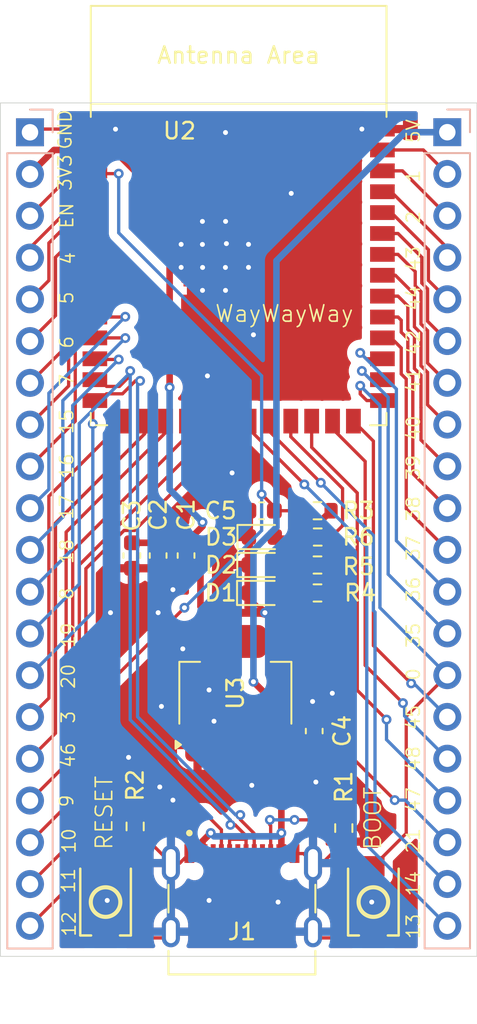
<source format=kicad_pcb>
(kicad_pcb (version 20241229) (generator "pcbnew") (generator_version "9.0")
  (layers (0 "F.Cu" signal) (2 "B.Cu" signal) (13 "F.Paste" user) (15 "B.Paste" user) (5 "F.SilkS" user "F.Silkscreen") (7 "B.SilkS" user "B.Silkscreen") (1 "F.Mask" user) (3 "B.Mask" user) (25 "Edge.Cuts" user))
  (net 0 "")
  (net 1 "GND")
  (net 2 "+3V3")
  (net 3 "+5V")
  (net 4 "EN")
  (net 6 "D-")
  (net 7 "Net-(J1-CC1)")
  (net 8 "D+")
  (net 9 "Net-(J1-CC2)")
  (net 11 "GPIO11")
  (net 12 "GPIO46")
  (net 13 "GPIO10")
  (net 14 "GPIO6")
  (net 15 "GPIO9")
  (net 16 "GPIO5")
  (net 17 "GPIO12")
  (net 18 "GPIO18")
  (net 19 "GPIO16")
  (net 20 "GPIO15")
  (net 21 "GPIO7")
  (net 22 "GPIO8")
  (net 23 "GPIO4")
  (net 24 "GPIO3")
  (net 25 "GPIO17")
  (net 26 "GPIO40")
  (net 27 "GPIO45")
  (net 28 "GPIO41")
  (net 29 "GPIO0")
  (net 30 "GPIO38")
  (net 31 "GPIO2")
  (net 32 "GPIO39")
  (net 33 "GPIO36")
  (net 34 "GPIO47")
  (net 35 "GPIO35")
  (net 36 "GPIO13")
  (net 37 "GPIO44")
  (net 38 "GPIO14")
  (net 39 "GPIO37")
  (net 40 "GPIO1")
  (net 41 "GPIO21")
  (net 42 "GPIO48")
  (net 43 "GPIO42")
  (net 44 "GPIO43")
  (net 45 "Net-(D1-A)")
  (net 46 "Net-(D2-A)")
  (net 47 "Net-(D3-A)")
  (footprint "Resistor_SMD:R_0603_1608Metric" (layer "F.Cu") (at 133.4 85.5 -90)
    (property "Reference" "R1")
    (property "Value" "5.1K")
  )
  (footprint "easyeda2kicad:SW-SMD_L3.9-W3.0-P4.45" (layer "F.Cu") (at 135.2 90 90)
    (property "Reference" "SW2" (hide yes))
    (property "Value" "TS-1088-AR02016")
  )
  (footprint "LED_SMD:LED_0603_1608Metric" (layer "F.Cu") (at 128.4125 67.8)
    (property "Reference" "D3")
    (property "Value" "BLUE")
  )
  (footprint "Capacitor_SMD:C_0603_1608Metric" (layer "F.Cu") (at 120.5 68.925 -90)
    (property "Reference" "C3")
    (property "Value" "100n")
  )
  (footprint "TYPE-C-31-M-12:HRO_TYPE-C-31-M-12" (layer "F.Cu") (at 127.2 91.8)
    (property "Reference" "J1")
    (property "Value" "TYPE-C-31-M-12")
  )
  (footprint "LED_SMD:LED_0603_1608Metric" (layer "F.Cu") (at 128.4 69.5)
    (property "Reference" "D2")
    (property "Value" "GREEN")
  )
  (footprint "Package_TO_SOT_SMD:SOT-223-3_TabPin2" (layer "F.Cu") (at 126.8 77.3 90)
    (property "Reference" "U3")
    (property "Value" "LD1117S33TR_SOT223")
  )
  (footprint "Capacitor_SMD:C_0603_1608Metric" (layer "F.Cu") (at 128.4 66.2 180)
    (property "Reference" "C5")
    (property "Value" "10u")
  )
  (footprint "Capacitor_SMD:C_0603_1608Metric" (layer "F.Cu") (at 122.1 68.925 -90)
    (property "Reference" "C2")
    (property "Value" "22u")
  )
  (footprint "Resistor_SMD:R_0603_1608Metric" (layer "F.Cu") (at 131.8 69.5 180)
    (property "Reference" "R5")
    (property "Value" "5.1K")
  )
  (footprint "Resistor_SMD:R_0603_1608Metric" (layer "F.Cu") (at 131.8125 67.8 180)
    (property "Reference" "R6")
    (property "Value" "5.1K")
  )
  (footprint "easyeda2kicad:SW-SMD_L3.9-W3.0-P4.45" (layer "F.Cu") (at 118.9 90 90)
    (property "Reference" "SW1" (hide yes))
    (property "Value" "TS-1088-AR02016")
  )
  (footprint "PCM_Espressif:ESP32-S3-WROOM-1" (layer "F.Cu") (at 127 51.25)
    (property "Reference" "U2")
    (property "Value" "ESP32-S3-WROOM-1")
  )
  (footprint "Resistor_SMD:R_0603_1608Metric" (layer "F.Cu") (at 131.8 71.2 180)
    (property "Reference" "R4")
    (property "Value" "5.1K")
  )
  (footprint "Capacitor_SMD:C_0603_1608Metric" (layer "F.Cu") (at 123.8 68.925 -90)
    (property "Reference" "C1")
    (property "Value" "10u")
  )
  (footprint "Resistor_SMD:R_0603_1608Metric" (layer "F.Cu") (at 131.8 66.2 180)
    (property "Reference" "R3")
    (property "Value" "5.1K")
  )
  (footprint "LED_SMD:LED_0603_1608Metric" (layer "F.Cu") (at 128.3875 71.2)
    (property "Reference" "D1")
    (property "Value" "RED")
  )
  (footprint "Resistor_SMD:R_0603_1608Metric" (layer "F.Cu") (at 120.7 85.4 -90)
    (property "Reference" "R2")
    (property "Value" "5.1K")
  )
  (footprint "Capacitor_SMD:C_0603_1608Metric" (layer "F.Cu") (at 131.6 79.6 90)
    (property "Reference" "C4")
    (property "Value" "10u")
  )
  (footprint "Connector_PinHeader_2.54mm:PinHeader_1x20_P2.54mm_Vertical" (layer "B.Cu") (at 139.7 43.18 180)
    (property "Reference" "J3" (hide yes))
    (property "Value" "Conn_01x20_Pin" (hide yes))
  )
  (footprint "Connector_PinHeader_2.54mm:PinHeader_1x20_P2.54mm_Vertical" (layer "B.Cu") (at 114.3 43.185 180)
    (property "Reference" "J2" (hide yes))
    (property "Value" "Conn_01x20_Pin" (hide yes))
  )
  (gr_rect (start 112.5 41.4) (end 141.5 93.3) (stroke (width 0.05)) (fill no) (layer "Edge.Cuts"))
  (gr_text "BOOT" (at 135.751967 86.906179 90) (layer "F.SilkS") (effects (font (size 1 1) (thickness 0.1)) (justify left bottom)))
  (gr_text "37" (at 138.1 69.3 90) (layer "F.SilkS") (effects (font (size 0.8 0.8) (thickness 0.1)) (justify left bottom)))
  (gr_text "18" (at 117 69.5 90) (layer "F.SilkS") (effects (font (size 0.8 0.8) (thickness 0.1)) (justify left bottom)))
  (gr_text "12" (at 117.14863 92.156881 90) (layer "F.SilkS") (effects (font (size 0.8 0.8) (thickness 0.1)) (justify left bottom)))
  (gr_text "15" (at 117 61.6 90) (layer "F.SilkS") (effects (font (size 0.8 0.8) (thickness 0.1)) (justify left bottom)))
  (gr_text "20" (at 117.1 77.1 90) (layer "F.SilkS") (effects (font (size 0.8 0.8) (thickness 0.1)) (justify left bottom)))
  (gr_text "47" (at 138.1 84.6 90) (layer "F.SilkS") (effects (font (size 0.8 0.8) (thickness 0.1)) (justify left bottom)))
  (gr_text "6" (at 117 56.4 90) (layer "F.SilkS") (effects (font (size 0.8 0.8) (thickness 0.1)) (justify left bottom)))
  (gr_text "45" (at 138.1 79.6 90) (layer "F.SilkS") (effects (font (size 0.8 0.8) (thickness 0.1)) (justify left bottom)))
  (gr_text "10" (at 117.142717 87.1 90) (layer "F.SilkS") (effects (font (size 0.8 0.8) (thickness 0.1)) (justify left bottom)))
  (gr_text "3V3" (at 116.9 46.8 90) (layer "F.SilkS") (effects (font (size 0.8 0.8) (thickness 0.1)) (justify left bottom)))
  (gr_text "RESET" (at 119.4 86.9 90) (layer "F.SilkS") (effects (font (size 1 1) (thickness 0.1)) (justify left bottom)))
  (gr_text "5" (at 117 53.7 90) (layer "F.SilkS") (effects (font (size 0.8 0.8) (thickness 0.1)) (justify left bottom)))
  (gr_text "40" (at 138.1 62 90) (layer "F.SilkS") (effects (font (size 0.8 0.8) (thickness 0.1)) (justify left bottom)))
  (gr_text "9" (at 117 84.3 90) (layer "F.SilkS") (effects (font (size 0.8 0.8) (thickness 0.1)) (justify left bottom)))
  (gr_text "13" (at 138.1 92.3 90) (layer "F.SilkS") (effects (font (size 0.8 0.8) (thickness 0.1)) (justify left bottom)))
  (gr_text "1" (at 138.1 46.3 90) (layer "F.SilkS") (effects (font (size 0.8 0.8) (thickness 0.1)) (justify left bottom)))
  (gr_text "16" (at 117 64.3 90) (layer "F.SilkS") (effects (font (size 0.8 0.8) (thickness 0.1)) (justify left bottom)))
  (gr_text "21" (at 138.1 87.1 90) (layer "F.SilkS") (effects (font (size 0.8 0.8) (thickness 0.1)) (justify left bottom)))
  (gr_text "42" (at 138.1 56.8 90) (layer "F.SilkS") (effects (font (size 0.8 0.8) (thickness 0.1)) (justify left bottom)))
  (gr_text "36" (at 138.1 71.8 90) (layer "F.SilkS") (effects (font (size 0.8 0.8) (thickness 0.1)) (justify left bottom)))
  (gr_text "35" (at 138.1 74.6 90) (layer "F.SilkS") (effects (font (size 0.8 0.8) (thickness 0.1)) (justify left bottom)))
  (gr_text "8" (at 117 71.7 90) (layer "F.SilkS") (effects (font (size 0.8 0.8) (thickness 0.1)) (justify left bottom)))
  (gr_text "46" (at 117.1 81.9 90) (layer "F.SilkS") (effects (font (size 0.8 0.8) (thickness 0.1)) (justify left bottom)))
  (gr_text "48" (at 138.1 82.1 90) (layer "F.SilkS") (effects (font (size 0.8 0.8) (thickness 0.1)) (justify left bottom)))
  (gr_text "38" (at 138.1 66.9 90) (layer "F.SilkS") (effects (font (size 0.8 0.8) (thickness 0.1)) (justify left bottom)))
  (gr_text "7" (at 117 58.7 90) (layer "F.SilkS") (effects (font (size 0.8 0.8) (thickness 0.1)) (justify left bottom)))
  (gr_text "0" (at 138.1 76.6 90) (layer "F.SilkS") (effects (font (size 0.8 0.8) (thickness 0.1)) (justify left bottom)))
  (gr_text "44" (at 138.1 54.1 90) (layer "F.SilkS") (effects (font (size 0.8 0.8) (thickness 0.1)) (justify left bottom)))
  (gr_text "41" (at 138.1 59.1 90) (layer "F.SilkS") (effects (font (size 0.8 0.8) (thickness 0.1)) (justify left bottom)))
  (gr_text "19" (at 117.1 74.6 90) (layer "F.SilkS") (effects (font (size 0.8 0.8) (thickness 0.1)) (justify left bottom)))
  (gr_text "5V" (at 138.1 43.9 90) (layer "F.SilkS") (effects (font (size 0.8 0.8) (thickness 0.1)) (justify left bottom)))
  (gr_text "WayWayWay" (at 125.5 54.8 0) (layer "F.SilkS") (effects (font (size 1 1) (thickness 0.1)) (justify left bottom)))
  (gr_text "2" (at 138.1 48.8 90) (layer "F.SilkS") (effects (font (size 0.8 0.8) (thickness 0.1)) (justify left bottom)))
  (gr_text "EN" (at 117 49.1 90) (layer "F.SilkS") (effects (font (size 0.8 0.8) (thickness 0.1)) (justify left bottom)))
  (gr_text "17" (at 117 66.8 90) (layer "F.SilkS") (effects (font (size 0.8 0.8) (thickness 0.1)) (justify left bottom)))
  (gr_text "11" (at 117.105919 89.527613 90) (layer "F.SilkS") (effects (font (size 0.8 0.8) (thickness 0.1)) (justify left bottom)))
  (gr_text "14" (at 138.1 89.7 90) (layer "F.SilkS") (effects (font (size 0.8 0.8) (thickness 0.1)) (justify left bottom)))
  (gr_text "4" (at 117.1 51.3 90) (layer "F.SilkS") (effects (font (size 0.8 0.8) (thickness 0.1)) (justify left bottom)))
  (gr_text "3" (at 117.1 79.2 90) (layer "F.SilkS") (effects (font (size 0.8 0.8) (thickness 0.1)) (justify left bottom)))
  (gr_text "39" (at 138.1 64.4 90) (layer "F.SilkS") (effects (font (size 0.8 0.8) (thickness 0.1)) (justify left bottom)))
  (gr_text "GND" (at 116.9 44.3 90) (layer "F.SilkS") (effects (font (size 0.8 0.8) (thickness 0.1)) (justify left bottom)))
  (gr_text "43" (at 138.1 51.7 90) (layer "F.SilkS") (effects (font (size 0.8 0.8) (thickness 0.1)) (justify left bottom)))
  (segment (start 124.795 48.605) (end 125.5 49.31) (width 0.2) (layer "F.Cu") (net 1))
  (segment (start 131.525 87.63) (end 131.525 91.8) (width 0.2) (layer "F.Cu") (net 1))
  (segment (start 127.625 66.2) (end 127.625 71.175) (width 0.2) (layer "F.Cu") (net 1))
  (segment (start 124.5 80.45) (end 124.5 82.3) (width 0.2) (layer "F.Cu") (net 1))
  (segment (start 118.9 92.18) (end 122.495 92.18) (width 0.2) (layer "F.Cu") (net 1))
  (segment (start 126.255 49.955) (end 126.9 49.31) (width 0.2) (layer "F.Cu") (net 1))
  (segment (start 127.6 71.4) (end 128.6 72.4) (width 0.2) (layer "F.Cu") (net 1))
  (segment (start 124.5 80.45) (end 124.5 80) (width 0.2) (layer "F.Cu") (net 1))
  (segment (start 131.525 87.63) (end 132.095 87.63) (width 0.2) (layer "F.Cu") (net 1))
  (segment (start 122.1 69.7) (end 122.1 72.4) (width 0.2) (layer "F.Cu") (net 1))
  (segment (start 124.1 52.11) (end 124.1 49.31) (width 0.2) (layer "F.Cu") (net 1))
  (segment (start 124.1 49.31) (end 126.9 49.31) (width 0.2) (layer "F.Cu") (net 1))
  (segment (start 132.095 87.63) (end 133.4 86.325) (width 0.2) (layer "F.Cu") (net 1))
  (segment (start 135.75 42.99) (end 134.5 42.99) (width 0.2) (layer "F.Cu") (net 1))
  (segment (start 121.47 86.225) (end 122.875 87.63) (width 0.2) (layer "F.Cu") (net 1))
  (segment (start 126.195 51.405) (end 126.9 52.11) (width 0.2) (layer "F.Cu") (net 1))
  (segment (start 126.9 52.11) (end 124.1 52.11) (width 0.2) (layer "F.Cu") (net 1))
  (segment (start 127.625 71.175) (end 127.6 71.2) (width 0.2) (layer "F.Cu") (net 1))
  (segment (start 131.5 77.8) (end 131.5 78.725) (width 0.2) (layer "F.Cu") (net 1))
  (segment (start 119.18 42.99) (end 124.795 48.605) (width 0.2) (layer "F.Cu") (net 1))
  (segment (start 124.5 80) (end 125.5 79) (width 0.2) (layer "F.Cu") (net 1))
  (segment (start 130.945 87.05) (end 131.525 87.63) (width 0.2) (layer "F.Cu") (net 1))
  (segment (start 124.5 82.3) (end 123 83.8) (width 0.2) (layer "F.Cu") (net 1))
  (segment (start 120.5 69.7) (end 123.8 69.7) (width 0.2) (layer "F.Cu") (net 1))
  (segment (start 122.875 91.8) (end 122.875 87.63) (width 0.2) (layer "F.Cu") (net 1))
  (segment (start 126.9 49.31) (end 126.9 52.11) (width 0.2) (layer "F.Cu") (net 1))
  (segment (start 126.205 48.605) (end 125.5 49.31) (width 0.2) (layer "F.Cu") (net 1))
  (segment (start 118.25 42.99) (end 114.495 42.99) (width 0.2) (layer "F.Cu") (net 1))
  (segment (start 130.4 87.05) (end 130.945 87.05) (width 0.2) (layer "F.Cu") (net 1))
  (segment (start 131.5 78.725) (end 131.6 78.825) (width 0.2) (layer "F.Cu") (net 1))
  (segment (start 122.875 87.63) (end 123.42 87.63) (width 0.2) (layer "F.Cu") (net 1))
  (segment (start 135.2 92.18) (end 131.905 92.18) (width 0.2) (layer "F.Cu") (net 1))
  (segment (start 118.25 42.99) (end 119.18 42.99) (width 0.2) (layer "F.Cu") (net 1))
  (segment (start 124.795 50.005) (end 126.195 51.405) (width 0.2) (layer "F.Cu") (net 1))
  (segment (start 120.7 86.225) (end 121.47 86.225) (width 0.2) (layer "F.Cu") (net 1))
  (segment (start 123.42 87.63) (end 124 87.05) (width 0.2) (layer "F.Cu") (net 1))
  (segment (start 124.1 49.31) (end 124.795 50.005) (width 0.2) (layer "F.Cu") (net 1))
  (segment (start 131.905 92.18) (end 131.525 91.8) (width 0.2) (layer "F.Cu") (net 1))
  (segment (start 134.5 42.99) (end 131.82 42.99) (width 0.2) (layer "F.Cu") (net 1))
  (segment (start 127.6 71.2) (end 127.6 71.4) (width 0.2) (layer "F.Cu") (net 1))
  (segment (start 122.495 92.18) (end 122.875 91.8) (width 0.2) (layer "F.Cu") (net 1))
  (segment (start 124.1 52.11) (end 124.805 51.405) (width 0.2) (layer "F.Cu") (net 1))
  (segment (start 124.805 51.405) (end 126.255 49.955) (width 0.2) (layer "F.Cu") (net 1))
  (segment (start 131.82 42.99) (end 126.205 48.605) (width 0.2) (layer "F.Cu") (net 1))
  (segment (start 114.495 42.99) (end 114.3 43.185) (width 0.2) (layer "F.Cu") (net 1))
  (via (at 127.9 55.5) (size 0.6) (drill 0.3) (layers "F.Cu" "B.Cu") (net 1))
  (via (at 127.6 51.4) (size 0.6) (drill 0.3) (layers "F.Cu" "B.Cu") (net 1))
  (via (at 125.5 79) (size 0.6) (drill 0.3) (layers "F.Cu" "B.Cu") (net 1))
  (via (at 131.5 77.8) (size 0.6) (drill 0.3) (layers "F.Cu" "B.Cu") (net 1))
  (via (at 120.3 81.2) (size 0.6) (drill 0.3) (layers "F.Cu" "B.Cu") (net 1))
  (via (at 135.1 90) (size 0.6) (drill 0.3) (layers "F.Cu" "B.Cu") (net 1))
  (via (at 124.795 50.005) (size 0.6) (drill 0.3) (layers "F.Cu" "B.Cu") (net 1))
  (via (at 131.7 82.7) (size 0.6) (drill 0.3) (layers "F.Cu" "B.Cu") (net 1))
  (via (at 126.6 63.9) (size 0.6) (drill 0.3) (layers "F.Cu" "B.Cu") (net 1))
  (via (at 123.6 74.6) (size 0.6) (drill 0.3) (layers "F.Cu" "B.Cu") (net 1))
  (via (at 126.2 52.8) (size 0.6) (drill 0.3) (layers "F.Cu" "B.Cu") (net 1))
  (via (at 124.805 51.405) (size 0.6) (drill 0.3) (layers "F.Cu" "B.Cu") (net 1))
  (via (at 126.2 43.2) (size 0.6) (drill 0.3) (layers "F.Cu" "B.Cu") (net 1))
  (via (at 127.8 82.9) (size 0.6) (drill 0.3) (layers "F.Cu" "B.Cu") (net 1))
  (via (at 126.205 48.605) (size 0.6) (drill 0.3) (layers "F.Cu" "B.Cu") (net 1))
  (via (at 126.195 51.405) (size 0.6) (drill 0.3) (layers "F.Cu" "B.Cu") (net 1))
  (via (at 123.5 51.4) (size 0.6) (drill 0.3) (layers "F.Cu" "B.Cu") (net 1))
  (via (at 125.2 89.9) (size 0.6) (drill 0.3) (layers "F.Cu" "B.Cu") (net 1))
  (via (at 119.2 72.4) (size 0.6) (drill 0.3) (layers "F.Cu" "B.Cu") (net 1))
  (via (at 130.2 46.9) (size 0.6) (drill 0.3) (layers "F.Cu" "B.Cu") (net 1))
  (via (at 123 83.8) (size 0.6) (drill 0.3) (layers "F.Cu" "B.Cu") (net 1))
  (via (at 125.1 58) (size 0.6) (drill 0.3) (layers "F.Cu" "B.Cu") (net 1))
  (via (at 123.5 50) (size 0.6) (drill 0.3) (layers "F.Cu" "B.Cu") (net 1))
  (via (at 124.795 48.605) (size 0.6) (drill 0.3) (layers "F.Cu" "B.Cu") (net 1))
  (via (at 122.3 78.1) (size 0.6) (drill 0.3) (layers "F.Cu" "B.Cu") (net 1))
  (via (at 126.255 49.955) (size 0.6) (drill 0.3) (layers "F.Cu" "B.Cu") (net 1))
  (via (at 119.506393 42.995577) (size 0.6) (drill 0.3) (layers "F.Cu" "B.Cu") (net 1))
  (via (at 125.2 77.1) (size 0.6) (drill 0.3) (layers "F.Cu" "B.Cu") (net 1))
  (via (at 127.6 50) (size 0.6) (drill 0.3) (layers "F.Cu" "B.Cu") (net 1))
  (via (at 122.2 83) (size 0.6) (drill 0.3) (layers "F.Cu" "B.Cu") (net 1))
  (via (at 132.7 77.3) (size 0.6) (drill 0.3) (layers "F.Cu" "B.Cu") (net 1))
  (via (at 134.5 42.99) (size 0.6) (drill 0.3) (layers "F.Cu" "B.Cu") (net 1))
  (via (at 124.8 52.8) (size 0.6) (drill 0.3) (layers "F.Cu" "B.Cu") (net 1))
  (via (at 122.1 72.4) (size 0.6) (drill 0.3) (layers "F.Cu" "B.Cu") (net 1))
  (via (at 129.4 90) (size 0.6) (drill 0.3) (layers "F.Cu" "B.Cu") (net 1))
  (via (at 128.6 72.4) (size 0.6) (drill 0.3) (layers "F.Cu" "B.Cu") (net 1))
  (via (at 119 89.9) (size 0.6) (drill 0.3) (layers "F.Cu" "B.Cu") (net 1))
  (via (at 123 71) (size 0.6) (drill 0.3) (layers "F.Cu" "B.Cu") (net 1))
  (segment (start 128.6 72.4) (end 131.5 75.3) (width 0.2) (layer "B.Cu") (net 1))
  (segment (start 122.1 72.4) (end 122.1 75.6) (width 0.2) (layer "B.Cu") (net 1))
  (segment (start 122.875 83.925) (end 122.875 87.63) (width 0.2) (layer "B.Cu") (net 1))
  (segment (start 130.3 79) (end 131.5 77.8) (width 0.2) (layer "B.Cu") (net 1))
  (segment (start 123 83.8) (end 122.875 83.925) (width 0.2) (layer "B.Cu") (net 1))
  (segment (start 131.5 75.3) (end 131.5 77.8) (width 0.2) (layer "B.Cu") (net 1))
  (segment (start 125.5 79) (end 130.3 79) (width 0.2) (layer "B.Cu") (net 1))
  (segment (start 122.1 75.6) (end 125.5 79) (width 0.2) (layer "B.Cu") (net 1))
  (segment (start 126.8 80.45) (end 126.8 74.15) (width 0.4) (layer "F.Cu") (net 2))
  (segment (start 123.616532 68.15) (end 120.5 68.15) (width 0.4) (layer "F.Cu") (net 2))
  (segment (start 131.824 71.729484) (end 131.824 70.301) (width 0.4) (layer "F.Cu") (net 2))
  (segment (start 126.8 74.15) (end 129.403484 74.15) (width 0.4) (layer "F.Cu") (net 2))
  (segment (start 118.25 44.26) (end 119.4 44.26) (width 0.4) (layer "F.Cu") (net 2))
  (segment (start 118.25 44.26) (end 115.765 44.26) (width 0.4) (layer "F.Cu") (net 2))
  (segment (start 126.8 74.15) (end 124.676 72.026) (width 0.4) (layer "F.Cu") (net 2))
  (segment (start 131.8 67.025) (end 131.8 68.675) (width 0.4) (layer "F.Cu") (net 2))
  (segment (start 115.765 44.26) (end 114.3 45.725) (width 0.4) (layer "F.Cu") (net 2))
  (segment (start 131.8 68.675) (end 132.625 69.5) (width 0.4) (layer "F.Cu") (net 2))
  (segment (start 132.625 66.2) (end 131.8 67.025) (width 0.4) (layer "F.Cu") (net 2))
  (segment (start 124.8 66.9) (end 124.8 67.15) (width 0.4) (layer "F.Cu") (net 2))
  (segment (start 131.824 70.301) (end 132.625 69.5) (width 0.4) (layer "F.Cu") (net 2))
  (segment (start 129.403484 74.15) (end 131.824 71.729484) (width 0.4) (layer "F.Cu") (net 2))
  (segment (start 119.4 44.26) (end 122.8 47.66) (width 0.4) (layer "F.Cu") (net 2))
  (segment (start 122.8 47.66) (end 122.8 58.7) (width 0.4) (layer "F.Cu") (net 2))
  (segment (start 124.8 67.15) (end 123.8 68.15) (width 0.4) (layer "F.Cu") (net 2))
  (segment (start 124.676 72.026) (end 124.676 69.209468) (width 0.4) (layer "F.Cu") (net 2))
  (segment (start 124.676 69.209468) (end 123.616532 68.15) (width 0.4) (layer "F.Cu") (net 2))
  (via (at 122.8 58.7) (size 0.6) (drill 0.3) (layers "F.Cu" "B.Cu") (net 2))
  (via (at 124.8 66.9) (size 0.6) (drill 0.3) (layers "F.Cu" "B.Cu") (net 2))
  (segment (start 122.8 58.7) (end 122.8 64.9) (width 0.4) (layer "B.Cu") (net 2))
  (segment (start 122.8 64.9) (end 124.8 66.9) (width 0.4) (layer "B.Cu") (net 2))
  (segment (start 129.2 78.7) (end 129.2 80.35) (width 0.4) (layer "F.Cu") (net 3))
  (segment (start 124.8 86.3) (end 125.3 85.8) (width 0.4) (layer "F.Cu") (net 3))
  (segment (start 129.1 80.45) (end 129.1 77.8) (width 0.4) (layer "F.Cu") (net 3))
  (segment (start 124.8 87.05) (end 124.8 86.3) (width 0.4) (layer "F.Cu") (net 3))
  (segment (start 129.1 80.45) (end 131.525 80.45) (width 0.4) (layer "F.Cu") (net 3))
  (segment (start 129.6 85.8) (end 129.6 87.05) (width 0.4) (layer "F.Cu") (net 3))
  (segment (start 129.2 78.7) (end 132.625 75.275) (width 0.4) (layer "F.Cu") (net 3))
  (segment (start 131.525 80.45) (end 131.6 80.375) (width 0.4) (layer "F.Cu") (net 3))
  (segment (start 129.1 80.45) (end 129.6 80.95) (width 0.4) (layer "F.Cu") (net 3))
  (segment (start 129.1 77.8) (end 127.9 76.6) (width 0.4) (layer "F.Cu") (net 3))
  (segment (start 129.2 80.35) (end 129.1 80.45) (width 0.4) (layer "F.Cu") (net 3))
  (segment (start 129.6 80.95) (end 129.6 85.8) (width 0.4) (layer "F.Cu") (net 3))
  (segment (start 132.625 75.275) (end 132.625 71.2) (width 0.4) (layer "F.Cu") (net 3))
  (via (at 127.9 76.6) (size 0.6) (drill 0.3) (layers "F.Cu" "B.Cu") (net 3))
  (via (at 129.6 85.8) (size 0.6) (drill 0.3) (layers "F.Cu" "B.Cu") (net 3))
  (via (at 125.3 85.8) (size 0.6) (drill 0.3) (layers "F.Cu" "B.Cu") (net 3))
  (segment (start 129.3 67.20852) (end 129.3 51) (width 0.4) (layer "B.Cu") (net 3))
  (segment (start 129.3 51) (end 137.12 43.18) (width 0.4) (layer "B.Cu") (net 3))
  (segment (start 125.3 85.8) (end 125.501521 86.001521) (width 0.4) (layer "B.Cu") (net 3))
  (segment (start 127.9 76.6) (end 127.9 68.60852) (width 0.4) (layer "B.Cu") (net 3))
  (segment (start 137.12 43.18) (end 139.7 43.18) (width 0.4) (layer "B.Cu") (net 3))
  (segment (start 129.398479 86.001521) (end 129.6 85.8) (width 0.4) (layer "B.Cu") (net 3))
  (segment (start 125.501521 86.001521) (end 129.398479 86.001521) (width 0.4) (layer "B.Cu") (net 3))
  (segment (start 127.9 68.60852) (end 129.3 67.20852) (width 0.4) (layer "B.Cu") (net 3))
  (segment (start 129.175 66.2) (end 130.975 66.2) (width 0.2) (layer "F.Cu") (net 4))
  (segment (start 118.9 76.9) (end 123.7 72.1) (width 0.2) (layer "F.Cu") (net 4))
  (segment (start 119.7 45.7) (end 118.42 45.7) (width 0.2) (layer "F.Cu") (net 4))
  (segment (start 118.42 45.7) (end 118.25 45.53) (width 0.2) (layer "F.Cu") (net 4))
  (segment (start 118.25 45.53) (end 117.035 45.53) (width 0.2) (layer "F.Cu") (net 4))
  (segment (start 129.175 66.2) (end 129.175 65.975) (width 0.2) (layer "F.Cu") (net 4))
  (segment (start 129.175 65.975) (end 128.4 65.2) (width 0.2) (layer "F.Cu") (net 4))
  (segment (start 118.9 87.82) (end 118.9 76.9) (width 0.2) (layer "F.Cu") (net 4))
  (segment (start 117.035 45.53) (end 114.3 48.265) (width 0.2) (layer "F.Cu") (net 4))
  (via (at 123.7 72.1) (size 0.6) (drill 0.3) (layers "F.Cu" "B.Cu") (net 4))
  (via (at 128.4 65.2) (size 0.6) (drill 0.3) (layers "F.Cu" "B.Cu") (net 4))
  (via (at 119.7 45.7) (size 0.6) (drill 0.3) (layers "F.Cu" "B.Cu") (net 4))
  (segment (start 128.4 67.4) (end 128.4 65.2) (width 0.2) (layer "B.Cu") (net 4))
  (segment (start 119.7 49.3) (end 119.7 45.7) (width 0.2) (layer "B.Cu") (net 4))
  (segment (start 128.4 65.2) (end 128.4 58) (width 0.2) (layer "B.Cu") (net 4))
  (segment (start 128.4 58) (end 119.7 49.3) (width 0.2) (layer "B.Cu") (net 4))
  (segment (start 123.7 72.1) (end 128.4 67.4) (width 0.2) (layer "B.Cu") (net 4))
  (segment (start 120.399479 57.982322) (end 120.399479 57.699479) (width 0.2) (layer "F.Cu") (net 6))
  (segment (start 127.45 86.194999) (end 127.45 87.05) (width 0.2) (layer "F.Cu") (net 6))
  (segment (start 126.45 86.228) (end 126.499 86.179) (width 0.2) (layer "F.Cu") (net 6))
  (segment (start 126.499 86.179) (end 127.434001 86.179) (width 0.2) (layer "F.Cu") (net 6))
  (segment (start 118.96 58.64) (end 119.741801 58.64) (width 0.2) (layer "F.Cu") (net 6))
  (segment (start 126.45 87.05) (end 126.45 86.228) (width 0.2) (layer "F.Cu") (net 6))
  (segment (start 127.475 85.993199) (end 127.475 86.169999) (width 0.2) (layer "F.Cu") (net 6))
  (segment (start 118.55 58.23) (end 118.96 58.64) (width 0.2) (layer "F.Cu") (net 6))
  (segment (start 127.434001 86.179) (end 127.45 86.194999) (width 0.2) (layer "F.Cu") (net 6))
  (segment (start 127.475 86.169999) (end 127.45 86.194999) (width 0.2) (layer "F.Cu") (net 6))
  (segment (start 126.499479 85.300521) (end 126.782322 85.300521) (width 0.2) (layer "F.Cu") (net 6))
  (segment (start 118.25 58.23) (end 118.55 58.23) (width 0.2) (layer "F.Cu") (net 6))
  (segment (start 119.741801 58.64) (end 120.399479 57.982322) (width 0.2) (layer "F.Cu") (net 6))
  (segment (start 126.782322 85.300521) (end 127.475 85.993199) (width 0.2) (layer "F.Cu") (net 6))
  (via (at 126.499479 85.300521) (size 0.6) (drill 0.3) (layers "F.Cu" "B.Cu") (net 6))
  (via (at 120.399479 57.699479) (size 0.6) (drill 0.3) (layers "F.Cu" "B.Cu") (net 6))
  (segment (start 120.399479 57.699479) (end 120.399479 78.917678) (width 0.2) (layer "B.Cu") (net 6))
  (segment (start 120.399479 57.800521) (end 117.3 60.9) (width 0.2) (layer "B.Cu") (net 6))
  (segment (start 126.499479 85.017678) (end 126.499479 85.300521) (width 0.2) (layer "B.Cu") (net 6))
  (segment (start 117.3 60.9) (end 117.3 70.665) (width 0.2) (layer "B.Cu") (net 6))
  (segment (start 120.399479 57.699479) (end 120.399479 57.800521) (width 0.2) (layer "B.Cu") (net 6))
  (segment (start 117.3 70.665) (end 114.3 73.665) (width 0.2) (layer "B.Cu") (net 6))
  (segment (start 114.3 73.1) (end 114.3 73.665) (width 0.2) (layer "B.Cu") (net 6))
  (segment (start 120.399479 78.917678) (end 126.499479 85.017678) (width 0.2) (layer "B.Cu") (net 6))
  (segment (start 125.95 85.600057) (end 125.95 87.05) (width 0.2) (layer "F.Cu") (net 7))
  (segment (start 120.7 84.575) (end 124.924943 84.575) (width 0.2) (layer "F.Cu") (net 7))
  (segment (start 124.924943 84.575) (end 125.95 85.600057) (width 0.2) (layer "F.Cu") (net 7))
  (segment (start 118.55 59.5) (end 118.96 59.09) (width 0.2) (layer "F.Cu") (net 8))
  (segment (start 120.717678 58.300521) (end 121.000521 58.300521) (width 0.2) (layer "F.Cu") (net 8))
  (segment (start 127.100521 84.699479) (end 127.100521 84.982322) (width 0.2) (layer "F.Cu") (net 8))
  (segment (start 118.96 59.09) (end 119.928199 59.09) (width 0.2) (layer "F.Cu") (net 8))
  (segment (start 127.925 86.169999) (end 127.95 86.194999) (width 0.2) (layer "F.Cu") (net 8))
  (segment (start 126.999 87.921) (end 127.78 87.921) (width 0.2) (layer "F.Cu") (net 8))
  (segment (start 127.95 86.194999) (end 127.95 87.05) (width 0.2) (layer "F.Cu") (net 8))
  (segment (start 126.95 87.872) (end 126.999 87.921) (width 0.2) (layer "F.Cu") (net 8))
  (segment (start 127.925 85.806801) (end 127.925 86.169999) (width 0.2) (layer "F.Cu") (net 8))
  (segment (start 118.25 59.5) (end 118.55 59.5) (width 0.2) (layer "F.Cu") (net 8))
  (segment (start 119.928199 59.09) (end 120.717678 58.300521) (width 0.2) (layer "F.Cu") (net 8))
  (segment (start 127.95 87.751) (end 127.95 87.05) (width 0.2) (layer "F.Cu") (net 8))
  (segment (start 118.124265 60.924265) (end 118.124265 59.625735) (width 0.2) (layer "F.Cu") (net 8))
  (segment (start 118.124265 59.625735) (end 118.25 59.5) (width 0.2) (layer "F.Cu") (net 8))
  (segment (start 127.78 87.921) (end 127.95 87.751) (width 0.2) (layer "F.Cu") (net 8))
  (segment (start 127.100521 84.982322) (end 127.925 85.806801) (width 0.2) (layer "F.Cu") (net 8))
  (segment (start 126.95 87.05) (end 126.95 87.872) (width 0.2) (layer "F.Cu") (net 8))
  (via (at 127.100521 84.699479) (size 0.6) (drill 0.3) (layers "F.Cu" "B.Cu") (net 8))
  (via (at 118.124265 60.924265) (size 0.6) (drill 0.3) (layers "F.Cu" "B.Cu") (net 8))
  (via (at 121.000521 58.300521) (size 0.6) (drill 0.3) (layers "F.Cu" "B.Cu") (net 8))
  (segment (start 120.84948 58.451562) (end 120.84948 78.731281) (width 0.2) (layer "B.Cu") (net 8))
  (segment (start 121.000521 58.300521) (end 120.84948 58.451562) (width 0.2) (layer "B.Cu") (net 8))
  (segment (start 126.817678 84.699479) (end 127.100521 84.699479) (width 0.2) (layer "B.Cu") (net 8))
  (segment (start 118.124265 72.380735) (end 118.124265 60.924265) (width 0.2) (layer "B.Cu") (net 8))
  (segment (start 120.84948 78.731281) (end 126.817678 84.699479) (width 0.2) (layer "B.Cu") (net 8))
  (segment (start 114.3 76.205) (end 118.124265 72.380735) (width 0.2) (layer "B.Cu") (net 8))
  (segment (start 133.4 84.675) (end 133.075 85) (width 0.2) (layer "F.Cu") (net 9))
  (segment (start 128.9 85) (end 128.9 85.3) (width 0.2) (layer "F.Cu") (net 9))
  (segment (start 133.075 85) (end 130.4 85) (width 0.2) (layer "F.Cu") (net 9))
  (segment (start 128.9 85.3) (end 128.95 85.35) (width 0.2) (layer "F.Cu") (net 9))
  (segment (start 128.95 85.35) (end 128.95 87.05) (width 0.2) (layer "F.Cu") (net 9))
  (via (at 128.9 85) (size 0.6) (drill 0.3) (layers "F.Cu" "B.Cu") (net 9))
  (via (at 130.4 85) (size 0.6) (drill 0.3) (layers "F.Cu" "B.Cu") (net 9))
  (segment (start 130.4 85) (end 128.9 85) (width 0.2) (layer "B.Cu") (net 9))
  (segment (start 117.302 69.493) (end 117.302 85.903) (width 0.2) (layer "F.Cu") (net 11))
  (segment (start 125.095 60.75) (end 125.095 61.7) (width 0.2) (layer "F.Cu") (net 11))
  (segment (start 125.095 61.7) (end 117.302 69.493) (width 0.2) (layer "F.Cu") (net 11))
  (segment (start 117.302 85.903) (end 114.3 88.905) (width 0.2) (layer "F.Cu") (net 11))
  (segment (start 115.852 79.733) (end 114.3 81.285) (width 0.2) (layer "F.Cu") (net 12))
  (segment (start 115.852 66.948) (end 115.852 79.733) (width 0.2) (layer "F.Cu") (net 12))
  (segment (start 121.285 60.75) (end 121.285 61.515) (width 0.2) (layer "F.Cu") (net 12))
  (segment (start 121.285 61.515) (end 115.852 66.948) (width 0.2) (layer "F.Cu") (net 12))
  (segment (start 116.901 83.764) (end 114.3 86.365) (width 0.2) (layer "F.Cu") (net 13))
  (segment (start 123.825 60.75) (end 123.825 61.7) (width 0.2) (layer "F.Cu") (net 13))
  (segment (start 116.901 68.624) (end 116.901 83.764) (width 0.2) (layer "F.Cu") (net 13))
  (segment (start 123.825 61.7) (end 116.901 68.624) (width 0.2) (layer "F.Cu") (net 13))
  (segment (start 118.25 49.34) (end 117.3 49.34) (width 0.2) (layer "F.Cu") (net 14))
  (segment (start 115.852 54.333) (end 114.3 55.885) (width 0.2) (layer "F.Cu") (net 14))
  (segment (start 115.852 50.788) (end 115.852 54.333) (width 0.2) (layer "F.Cu") (net 14))
  (segment (start 117.3 49.34) (end 115.852 50.788) (width 0.2) (layer "F.Cu") (net 14))
  (segment (start 116.5 81.625) (end 114.3 83.825) (width 0.2) (layer "F.Cu") (net 15))
  (segment (start 122.555 60.75) (end 122.555 61.445) (width 0.2) (layer "F.Cu") (net 15))
  (segment (start 122.555 61.445) (end 116.5 67.5) (width 0.2) (layer "F.Cu") (net 15))
  (segment (start 116.5 67.5) (end 116.5 81.625) (width 0.2) (layer "F.Cu") (net 15))
  (segment (start 118.25 48.07) (end 117.3 48.07) (width 0.2) (layer "F.Cu") (net 16))
  (segment (start 117.3 48.07) (end 115.451 49.919) (width 0.2) (layer "F.Cu") (net 16))
  (segment (start 115.451 49.919) (end 115.451 52.194) (width 0.2) (layer "F.Cu") (net 16))
  (segment (start 115.451 52.194) (end 114.3 53.345) (width 0.2) (layer "F.Cu") (net 16))
  (segment (start 126.365 61.7) (end 120.666 67.399) (width 0.2) (layer "F.Cu") (net 17))
  (segment (start 120.666 67.399) (end 120.02589 67.399) (width 0.2) (layer "F.Cu") (net 17))
  (segment (start 126.365 60.75) (end 126.365 61.7) (width 0.2) (layer "F.Cu") (net 17))
  (segment (start 120.02589 67.399) (end 117.703 69.72189) (width 0.2) (layer "F.Cu") (net 17))
  (segment (start 117.703 69.72189) (end 117.703 88.042) (width 0.2) (layer "F.Cu") (net 17))
  (segment (start 117.703 88.042) (end 114.3 91.445) (width 0.2) (layer "F.Cu") (net 17))
  (segment (start 120.09 55.69) (end 120.1 55.7) (width 0.2) (layer "F.Cu") (net 18))
  (segment (start 118.25 55.69) (end 120.09 55.69) (width 0.2) (layer "F.Cu") (net 18))
  (via (at 120.1 55.7) (size 0.6) (drill 0.3) (layers "F.Cu" "B.Cu") (net 18))
  (segment (start 116.3 59.5) (end 116.3 66.585) (width 0.2) (layer "B.Cu") (net 18))
  (segment (start 116.3 66.585) (end 114.3 68.585) (width 0.2) (layer "B.Cu") (net 18))
  (segment (start 120.1 55.7) (end 116.3 59.5) (width 0.2) (layer "B.Cu") (net 18))
  (segment (start 118.25 53.15) (end 117.3 53.15) (width 0.2) (layer "F.Cu") (net 19))
  (segment (start 117.055 60.75) (end 114.3 63.505) (width 0.2) (layer "F.Cu") (net 19))
  (segment (start 117.055 53.395) (end 117.055 60.75) (width 0.2) (layer "F.Cu") (net 19))
  (segment (start 117.3 53.15) (end 117.055 53.395) (width 0.2) (layer "F.Cu") (net 19))
  (segment (start 117.718 51.88) (end 116.654 52.944) (width 0.2) (layer "F.Cu") (net 20))
  (segment (start 116.654 58.611) (end 114.3 60.965) (width 0.2) (layer "F.Cu") (net 20))
  (segment (start 116.654 52.944) (end 116.654 58.611) (width 0.2) (layer "F.Cu") (net 20))
  (segment (start 118.25 51.88) (end 117.718 51.88) (width 0.2) (layer "F.Cu") (net 20))
  (segment (start 116.253 56.472) (end 114.3 58.425) (width 0.2) (layer "F.Cu") (net 21))
  (segment (start 118.25 50.61) (end 117.3 50.61) (width 0.2) (layer "F.Cu") (net 21))
  (segment (start 116.253 51.657) (end 116.253 56.472) (width 0.2) (layer "F.Cu") (net 21))
  (segment (start 117.3 50.61) (end 116.253 51.657) (width 0.2) (layer "F.Cu") (net 21))
  (segment (start 118.29 57) (end 118.25 56.96) (width 0.2) (layer "F.Cu") (net 22))
  (segment (start 119.7 57) (end 118.29 57) (width 0.2) (layer "F.Cu") (net 22))
  (via (at 119.7 57) (size 0.6) (drill 0.3) (layers "F.Cu" "B.Cu") (net 22))
  (segment (start 116.9 68.525) (end 116.9 59.8) (width 0.2) (layer "B.Cu") (net 22))
  (segment (start 116.9 59.8) (end 119.7 57) (width 0.2) (layer "B.Cu") (net 22))
  (segment (start 114.3 71.125) (end 116.9 68.525) (width 0.2) (layer "B.Cu") (net 22))
  (segment (start 118.25 46.8) (end 117.718 46.8) (width 0.2) (layer "F.Cu") (net 23))
  (segment (start 114.3 50.218) (end 114.3 50.805) (width 0.2) (layer "F.Cu") (net 23))
  (segment (start 117.718 46.8) (end 114.3 50.218) (width 0.2) (layer "F.Cu") (net 23))
  (segment (start 115.451 65.314) (end 115.451 77.594) (width 0.2) (layer "F.Cu") (net 24))
  (segment (start 120.015 60.75) (end 115.451 65.314) (width 0.2) (layer "F.Cu") (net 24))
  (segment (start 115.451 77.594) (end 114.3 78.745) (width 0.2) (layer "F.Cu") (net 24))
  (segment (start 118.25 54.42) (end 120.08 54.42) (width 0.2) (layer "F.Cu") (net 25))
  (segment (start 120.08 54.42) (end 120.1 54.4) (width 0.2) (layer "F.Cu") (net 25))
  (via (at 120.1 54.4) (size 0.6) (drill 0.3) (layers "F.Cu" "B.Cu") (net 25))
  (segment (start 115.451 59.049) (end 115.451 64.894) (width 0.2) (layer "B.Cu") (net 25))
  (segment (start 120.1 54.4) (end 115.451 59.049) (width 0.2) (layer "B.Cu") (net 25))
  (segment (start 115.451 64.894) (end 114.3 66.045) (width 0.2) (layer "B.Cu") (net 25))
  (segment (start 138.5 57.7871) (end 138.5 59.76) (width 0.2) (layer "F.Cu") (net 26))
  (segment (start 136.5387 51.88) (end 137.698 53.0393) (width 0.2) (layer "F.Cu") (net 26))
  (segment (start 138.5 59.76) (end 139.7 60.96) (width 0.2) (layer "F.Cu") (net 26))
  (segment (start 135.75 51.88) (end 136.5387 51.88) (width 0.2) (layer "F.Cu") (net 26))
  (segment (start 137.698 53.0393) (end 137.698 55.0122) (width 0.2) (layer "F.Cu") (net 26))
  (segment (start 137.698 55.0122) (end 138.099 55.4132) (width 0.2) (layer "F.Cu") (net 26))
  (segment (start 138.099 57.3861) (end 138.5 57.7871) (width 0.2) (layer "F.Cu") (net 26))
  (segment (start 138.099 55.4132) (end 138.099 57.3861) (width 0.2) (layer "F.Cu") (net 26))
  (segment (start 135.2 61.965) (end 135.2 74.4) (width 0.2) (layer "F.Cu") (net 27))
  (segment (start 133.985 60.75) (end 135.2 61.965) (width 0.2) (layer "F.Cu") (net 27))
  (segment (start 135.2 74.4) (end 137.5 76.7) (width 0.2) (layer "F.Cu") (net 27))
  (via (at 137.5 76.7) (size 0.6) (drill 0.3) (layers "F.Cu" "B.Cu") (net 27))
  (segment (start 137.5 76.7) (end 137.66 76.7) (width 0.2) (layer "B.Cu") (net 27))
  (segment (start 137.66 76.7) (end 139.7 78.74) (width 0.2) (layer "B.Cu") (net 27))
  (segment (start 138.5 55.2471) (end 138.5 57.22) (width 0.2) (layer "F.Cu") (net 28))
  (segment (start 137.747 52.5212) (end 138.099 52.8732) (width 0.2) (layer "F.Cu") (net 28))
  (segment (start 136.7 50.61) (end 137.747 51.657) (width 0.2) (layer "F.Cu") (net 28))
  (segment (start 137.747 51.657) (end 137.747 52.5212) (width 0.2) (layer "F.Cu") (net 28))
  (segment (start 135.75 50.61) (end 136.7 50.61) (width 0.2) (layer "F.Cu") (net 28))
  (segment (start 138.099 52.8732) (end 138.099 54.8461) (width 0.2) (layer "F.Cu") (net 28))
  (segment (start 138.5 57.22) (end 139.7 58.42) (width 0.2) (layer "F.Cu") (net 28))
  (segment (start 138.099 54.8461) (end 138.5 55.2471) (width 0.2) (layer "F.Cu") (net 28))
  (segment (start 135.75 59.5) (end 134.8 59.5) (width 0.2) (layer "F.Cu") (net 29))
  (segment (start 137.2 78.7) (end 139.7 76.2) (width 0.2) (layer "F.Cu") (net 29))
  (segment (start 135.2 87.82) (end 137.2 85.82) (width 0.2) (layer "F.Cu") (net 29))
  (segment (start 137.2 85.82) (end 137.2 78.7) (width 0.2) (layer "F.Cu") (net 29))
  (segment (start 134.8 59.5) (end 134.4 59.1) (width 0.2) (layer "F.Cu") (net 29))
  (segment (start 134.4 59.1) (end 134.4 58.6) (width 0.2) (layer "F.Cu") (net 29))
  (via (at 134.4 58.6) (size 0.6) (drill 0.3) (layers "F.Cu" "B.Cu") (net 29))
  (segment (start 135.6 59.8) (end 135.6 72.1) (width 0.2) (layer "B.Cu") (net 29))
  (segment (start 134.4 58.6) (end 135.6 59.8) (width 0.2) (layer "B.Cu") (net 29))
  (segment (start 135.6 72.1) (end 139.7 76.2) (width 0.2) (layer "B.Cu") (net 29))
  (segment (start 136.896 54.616) (end 136.896 55.3444) (width 0.2) (layer "F.Cu") (net 30))
  (segment (start 135.75 54.42) (end 136.7 54.42) (width 0.2) (layer "F.Cu") (net 30))
  (segment (start 136.7 54.42) (end 136.896 54.616) (width 0.2) (layer "F.Cu") (net 30))
  (segment (start 137.297 57.7183) (end 137.6 58.0213) (width 0.2) (layer "F.Cu") (net 30))
  (segment (start 137.297 55.7454) (end 137.297 57.7183) (width 0.2) (layer "F.Cu") (net 30))
  (segment (start 137.6 58.0213) (end 137.6 63.94) (width 0.2) (layer "F.Cu") (net 30))
  (segment (start 136.896 55.3444) (end 137.297 55.7454) (width 0.2) (layer "F.Cu") (net 30))
  (segment (start 137.6 63.94) (end 139.7 66.04) (width 0.2) (layer "F.Cu") (net 30))
  (segment (start 136.97 45.53) (end 139.7 48.26) (width 0.2) (layer "F.Cu") (net 31))
  (segment (start 135.75 45.53) (end 136.97 45.53) (width 0.2) (layer "F.Cu") (net 31))
  (segment (start 135.75 53.15) (end 136.7 53.15) (width 0.2) (layer "F.Cu") (net 32))
  (segment (start 136.7 53.15) (end 137.297 53.747) (width 0.2) (layer "F.Cu") (net 32))
  (segment (start 138.099 57.9532) (end 138.099 59.9261) (width 0.2) (layer "F.Cu") (net 32))
  (segment (start 137.297 55.1783) (end 137.698 55.5793) (width 0.2) (layer "F.Cu") (net 32))
  (segment (start 137.698 57.5522) (end 138.099 57.9532) (width 0.2) (layer "F.Cu") (net 32))
  (segment (start 138.1 61.9) (end 139.7 63.5) (width 0.2) (layer "F.Cu") (net 32))
  (segment (start 137.698 55.5793) (end 137.698 57.5522) (width 0.2) (layer "F.Cu") (net 32))
  (segment (start 138.1 59.9271) (end 138.1 61.9) (width 0.2) (layer "F.Cu") (net 32))
  (segment (start 138.099 59.9261) (end 138.1 59.9271) (width 0.2) (layer "F.Cu") (net 32))
  (segment (start 137.297 53.747) (end 137.297 55.1783) (width 0.2) (layer "F.Cu") (net 32))
  (segment (start 134.76 56.96) (end 134.4 56.6) (width 0.2) (layer "F.Cu") (net 33))
  (segment (start 135.75 56.96) (end 134.76 56.96) (width 0.2) (layer "F.Cu") (net 33))
  (via (at 134.4 56.6) (size 0.6) (drill 0.3) (layers "F.Cu" "B.Cu") (net 33))
  (segment (start 136.6 68.02) (end 139.7 71.12) (width 0.2) (layer "B.Cu") (net 33))
  (segment (start 136.6 58.8) (end 136.6 68.02) (width 0.2) (layer "B.Cu") (net 33))
  (segment (start 134.4 56.6) (end 136.6 58.8) (width 0.2) (layer "B.Cu") (net 33))
  (segment (start 134.219 77.119) (end 136 78.9) (width 0.2) (layer "F.Cu") (net 34))
  (segment (start 131.445 62.345) (end 134.219 65.119) (width 0.2) (layer "F.Cu") (net 34))
  (segment (start 131.445 60.75) (end 131.445 62.345) (width 0.2) (layer "F.Cu") (net 34))
  (segment (start 134.219 65.119) (end 134.219 77.119) (width 0.2) (layer "F.Cu") (net 34))
  (via (at 136 78.9) (size 0.6) (drill 0.3) (layers "F.Cu" "B.Cu") (net 34))
  (segment (start 136 80.12) (end 139.7 83.82) (width 0.2) (layer "B.Cu") (net 34))
  (segment (start 136 78.9) (end 136 80.12) (width 0.2) (layer "B.Cu") (net 34))
  (segment (start 135.75 58.23) (end 135.03 58.23) (width 0.2) (layer "F.Cu") (net 35))
  (segment (start 135.03 58.23) (end 134.5 57.7) (width 0.2) (layer "F.Cu") (net 35))
  (via (at 134.5 57.7) (size 0.6) (drill 0.3) (layers "F.Cu" "B.Cu") (net 35))
  (segment (start 134.5 57.7) (end 136.1 59.3) (width 0.2) (layer "B.Cu") (net 35))
  (segment (start 136.1 70.06) (end 139.7 73.66) (width 0.2) (layer "B.Cu") (net 35))
  (segment (start 136.1 59.3) (end 136.1 70.06) (width 0.2) (layer "B.Cu") (net 35))
  (segment (start 127.635 61.235) (end 131 64.6) (width 0.2) (layer "F.Cu") (net 36))
  (segment (start 127.635 60.75) (end 127.635 61.235) (width 0.2) (layer "F.Cu") (net 36))
  (via (at 131 64.6) (size 0.6) (drill 0.3) (layers "F.Cu" "B.Cu") (net 36))
  (segment (start 134.798 68.398) (end 134.798 86.538) (width 0.2) (layer "B.Cu") (net 36))
  (segment (start 131 64.6) (end 134.798 68.398) (width 0.2) (layer "B.Cu") (net 36))
  (segment (start 134.798 86.538) (end 139.7 91.44) (width 0.2) (layer "B.Cu") (net 36))
  (segment (start 138.549 52.189) (end 139.7 53.34) (width 0.2) (layer "F.Cu") (net 37))
  (segment (start 138.549 50.32324) (end 138.549 52.189) (width 0.2) (layer "F.Cu") (net 37))
  (segment (start 135.75 48.07) (end 136.29576 48.07) (width 0.2) (layer "F.Cu") (net 37))
  (segment (start 136.29576 48.07) (end 138.549 50.32324) (width 0.2) (layer "F.Cu") (net 37))
  (segment (start 128.905 60.75) (end 128.905 61.405) (width 0.2) (layer "F.Cu") (net 38))
  (segment (start 128.905 61.405) (end 132 64.5) (width 0.2) (layer "F.Cu") (net 38))
  (via (at 132 64.5) (size 0.6) (drill 0.3) (layers "F.Cu" "B.Cu") (net 38))
  (segment (start 135.199 67.699) (end 135.199 72.2661) (width 0.2) (layer "B.Cu") (net 38))
  (segment (start 135.199 72.2661) (end 135.3 72.3671) (width 0.2) (layer "B.Cu") (net 38))
  (segment (start 135.3 72.3671) (end 135.3 84.5) (width 0.2) (layer "B.Cu") (net 38))
  (segment (start 135.3 84.5) (end 139.7 88.9) (width 0.2) (layer "B.Cu") (net 38))
  (segment (start 132 64.5) (end 135.199 67.699) (width 0.2) (layer "B.Cu") (net 38))
  (segment (start 136.896 57.8844) (end 137.199 58.1874) (width 0.2) (layer "F.Cu") (net 39))
  (segment (start 135.75 55.69) (end 136.282 55.69) (width 0.2) (layer "F.Cu") (net 39))
  (segment (start 136.282 55.69) (end 136.896 56.304) (width 0.2) (layer "F.Cu") (net 39))
  (segment (start 137.199 64.1061) (end 137.2 64.1071) (width 0.2) (layer "F.Cu") (net 39))
  (segment (start 137.2 64.1071) (end 137.2 66.08) (width 0.2) (layer "F.Cu") (net 39))
  (segment (start 136.896 56.304) (end 136.896 57.8844) (width 0.2) (layer "F.Cu") (net 39))
  (segment (start 137.199 58.1874) (end 137.199 64.1061) (width 0.2) (layer "F.Cu") (net 39))
  (segment (start 137.2 66.08) (end 139.7 68.58) (width 0.2) (layer "F.Cu") (net 39))
  (segment (start 138.24 44.26) (end 139.7 45.72) (width 0.2) (layer "F.Cu") (net 40))
  (segment (start 135.75 44.26) (end 138.24 44.26) (width 0.2) (layer "F.Cu") (net 40))
  (segment (start 133.326 64.851) (end 130.175 61.7) (width 0.2) (layer "F.Cu") (net 41))
  (segment (start 130.175 61.7) (end 130.175 60.75) (width 0.2) (layer "F.Cu") (net 41))
  (segment (start 133.818 68.9805) (end 133.818 81.118) (width 0.2) (layer "F.Cu") (net 41))
  (segment (start 132.6375 67.8) (end 133.326 67.1115) (width 0.2) (layer "F.Cu") (net 41))
  (segment (start 132.6375 67.8) (end 133.818 68.9805) (width 0.2) (layer "F.Cu") (net 41))
  (segment (start 133.326 67.1115) (end 133.326 64.851) (width 0.2) (layer "F.Cu") (net 41))
  (segment (start 133.818 81.118) (end 134.3 81.6) (width 0.2) (layer "F.Cu") (net 41))
  (segment (start 134.3 81.6) (end 136.5 83.8) (width 0.2) (layer "F.Cu") (net 41))
  (via (at 136.5 83.8) (size 0.6) (drill 0.3) (layers "F.Cu" "B.Cu") (net 41))
  (segment (start 136.5 83.8) (end 137.14 83.8) (width 0.2) (layer "B.Cu") (net 41))
  (segment (start 137.14 83.8) (end 139.7 86.36) (width 0.2) (layer "B.Cu") (net 41))
  (segment (start 134.7 75.6) (end 137 77.9) (width 0.2) (layer "F.Cu") (net 42))
  (segment (start 132.715 61.215) (end 134.7 63.2) (width 0.2) (layer "F.Cu") (net 42))
  (segment (start 132.715 60.75) (end 132.715 61.215) (width 0.2) (layer "F.Cu") (net 42))
  (segment (start 134.7 63.2) (end 134.7 75.6) (width 0.2) (layer "F.Cu") (net 42))
  (via (at 137 77.9) (size 0.6) (drill 0.3) (layers "F.Cu" "B.Cu") (net 42))
  (segment (start 137.1 78) (end 137.1 78.68) (width 0.2) (layer "B.Cu") (net 42))
  (segment (start 137.1 78.68) (end 139.7 81.28) (width 0.2) (layer "B.Cu") (net 42))
  (segment (start 137 77.9) (end 137.1 78) (width 0.2) (layer "B.Cu") (net 42))
  (segment (start 138.5 54.68) (end 139.7 55.88) (width 0.2) (layer "F.Cu") (net 43))
  (segment (start 138.148 50.788) (end 138.148 52.3551) (width 0.2) (layer "F.Cu") (net 43))
  (segment (start 135.75 49.34) (end 136.7 49.34) (width 0.2) (layer "F.Cu") (net 43))
  (segment (start 136.7 49.34) (end 138.148 50.788) (width 0.2) (layer "F.Cu") (net 43))
  (segment (start 138.148 52.3551) (end 138.5 52.7071) (width 0.2) (layer "F.Cu") (net 43))
  (segment (start 138.5 52.7071) (end 138.5 54.68) (width 0.2) (layer "F.Cu") (net 43))
  (segment (start 135.75 46.8) (end 136.282 46.8) (width 0.2) (layer "F.Cu") (net 44))
  (segment (start 139.7 50.218) (end 139.7 50.8) (width 0.2) (layer "F.Cu") (net 44))
  (segment (start 136.282 46.8) (end 139.7 50.218) (width 0.2) (layer "F.Cu") (net 44))
  (segment (start 130.975 71.2) (end 130.975 71.325) (width 0.4) (layer "F.Cu") (net 45))
  (segment (start 129.175 71.2) (end 130.975 71.2) (width 0.2) (layer "F.Cu") (net 45))
  (segment (start 129.1875 69.5) (end 130.975 69.5) (width 0.2) (layer "F.Cu") (net 46))
  (segment (start 129.2 67.8) (end 130.9875 67.8) (width 0.2) (layer "F.Cu") (net 47))
  (zone (net 1) (net_name "GND") (layers "F.Cu" "B.Cu") (connect_pads (clearance 0.5)) (min_thickness 0.25) (fill yes (thermal_gap 0.5) (thermal_bridge_width 0.5))
    (polygon (pts (xy 116.1 41.45) (xy 137.9 41.45) (xy 137.9 93.2) (xy 116.1 93.3)))
  )
)
</source>
